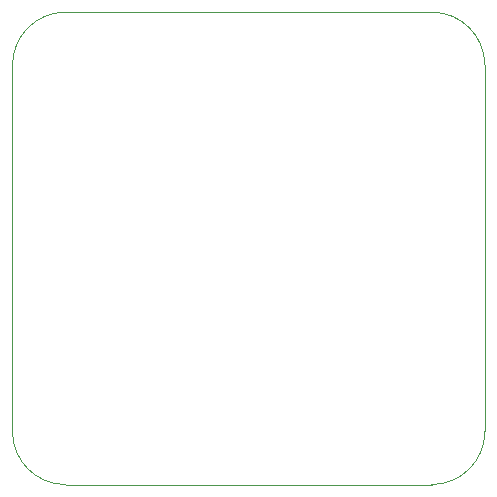
<source format=gm1>
G04 #@! TF.GenerationSoftware,KiCad,Pcbnew,7.0.11*
G04 #@! TF.CreationDate,2024-05-10T14:22:19-04:00*
G04 #@! TF.ProjectId,stepper-interface,73746570-7065-4722-9d69-6e7465726661,1.0*
G04 #@! TF.SameCoordinates,Original*
G04 #@! TF.FileFunction,Profile,NP*
%FSLAX46Y46*%
G04 Gerber Fmt 4.6, Leading zero omitted, Abs format (unit mm)*
G04 Created by KiCad (PCBNEW 7.0.11) date 2024-05-10 14:22:19*
%MOMM*%
%LPD*%
G01*
G04 APERTURE LIST*
G04 #@! TA.AperFunction,Profile*
%ADD10C,0.100000*%
G04 #@! TD*
G04 APERTURE END LIST*
D10*
X132400000Y-117100000D02*
X132400000Y-86100000D01*
X172400000Y-86100000D02*
X172400000Y-117100000D01*
X167900000Y-121600000D02*
G75*
G03*
X172400000Y-117100000I0J4500000D01*
G01*
X172400000Y-86100000D02*
G75*
G03*
X167900000Y-81600000I-4500000J0D01*
G01*
X132400000Y-117100000D02*
G75*
G03*
X136900000Y-121600000I4500000J0D01*
G01*
X167900000Y-121600000D02*
X136900000Y-121600000D01*
X136900000Y-81600000D02*
G75*
G03*
X132400000Y-86100000I0J-4500000D01*
G01*
X136900000Y-81600000D02*
X167900000Y-81600000D01*
M02*

</source>
